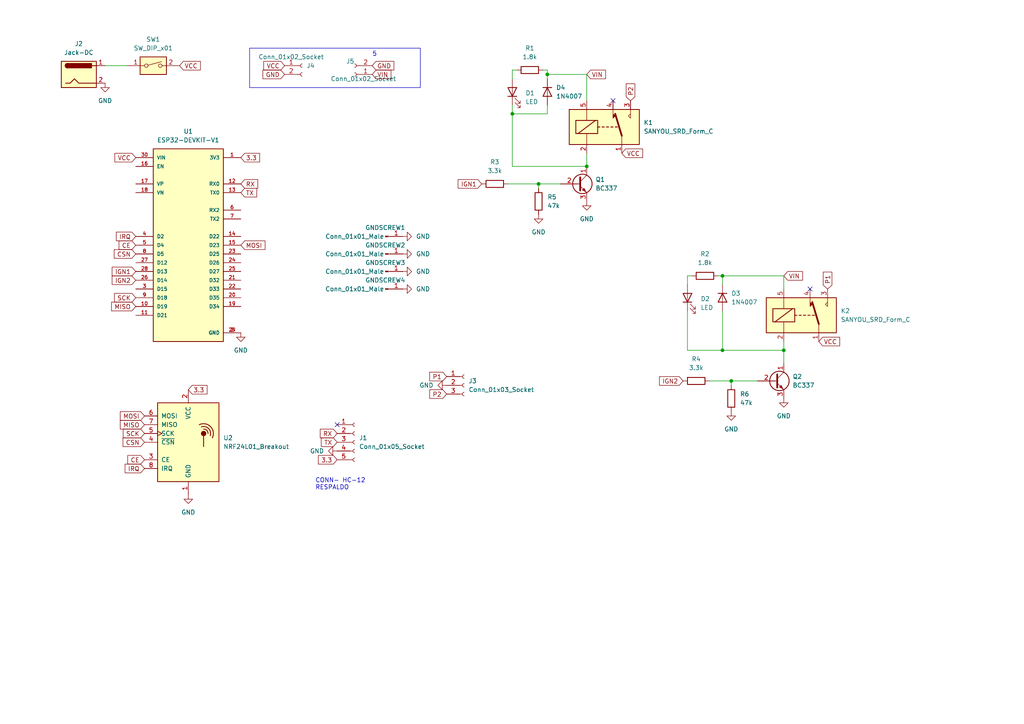
<source format=kicad_sch>
(kicad_sch (version 20230121) (generator eeschema)
  (paper "A4")
  (lib_symbols
    (symbol "Connector:Conn_01x01_Male" (pin_names (offset 1.016) hide)
      (property "Reference" "J" (at 0 2.54 0))
      (property "Value" "Conn_01x01_Male" (at 0 -2.54 0))
      (symbol "Conn_01x01_Male_1_1"
        (polyline (pts (xy 1.27 0) (xy 0.8636 0)) (stroke (width 0.1524)))
        (rectangle (start 0.8636 0.127) (end 0 -0.127) (stroke (width 0.1524)) (fill (type outline)))
        (pin passive line (at 5.08 0 180) (length 3.81) (name "Pin_1") (number "1"))
      )
    )
    (symbol "Connector:Conn_01x02_Socket" (pin_names (offset 1.016) hide)
      (property "Reference" "J" (at 0 2.54 0))
      (property "Value" "Conn_01x02_Socket" (at 0 -5.08 0))
      (symbol "Conn_01x02_Socket_1_1"
        (arc (start 0 -2.032) (mid -0.5058 -2.54) (end 0 -3.048) (stroke (width 0.1524)))
        (polyline (pts (xy -1.27 -2.54) (xy -0.508 -2.54)) (stroke (width 0.1524)))
        (polyline (pts (xy -1.27 0) (xy -0.508 0)) (stroke (width 0.1524)))
        (arc (start 0 0.508) (mid -0.5058 0) (end 0 -0.508) (stroke (width 0.1524)))
        (pin passive line (at -5.08 0 0) (length 3.81) (name "Pin_1") (number "1"))
        (pin passive line (at -5.08 -2.54 0) (length 3.81) (name "Pin_2") (number "2"))
      )
    )
    (symbol "Connector:Conn_01x03_Socket" (pin_names (offset 1.016) hide)
      (property "Reference" "J" (at 0 5.08 0))
      (property "Value" "Conn_01x03_Socket" (at 0 -5.08 0))
      (symbol "Conn_01x03_Socket_1_1"
        (arc (start 0 -2.032) (mid -0.5058 -2.54) (end 0 -3.048) (stroke (width 0.1524)))
        (polyline (pts (xy -1.27 -2.54) (xy -0.508 -2.54)) (stroke (width 0.1524)))
        (polyline (pts (xy -1.27 0) (xy -0.508 0)) (stroke (width 0.1524)))
        (polyline (pts (xy -1.27 2.54) (xy -0.508 2.54)) (stroke (width 0.1524)))
        (arc (start 0 0.508) (mid -0.5058 0) (end 0 -0.508) (stroke (width 0.1524)))
        (arc (start 0 3.048) (mid -0.5058 2.54) (end 0 2.032) (stroke (width 0.1524)))
        (pin passive line (at -5.08 2.54 0) (length 3.81) (name "Pin_1") (number "1"))
        (pin passive line (at -5.08 0 0) (length 3.81) (name "Pin_2") (number "2"))
        (pin passive line (at -5.08 -2.54 0) (length 3.81) (name "Pin_3") (number "3"))
      )
    )
    (symbol "Connector:Conn_01x05_Socket" (pin_names (offset 1.016) hide)
      (property "Reference" "J" (at 0 7.62 0))
      (property "Value" "Conn_01x05_Socket" (at 0 -7.62 0))
      (symbol "Conn_01x05_Socket_1_1"
        (arc (start 0 -4.572) (mid -0.5058 -5.08) (end 0 -5.588) (stroke (width 0.1524)))
        (arc (start 0 -2.032) (mid -0.5058 -2.54) (end 0 -3.048) (stroke (width 0.1524)))
        (polyline (pts (xy -1.27 -5.08) (xy -0.508 -5.08)) (stroke (width 0.1524)))
        (polyline (pts (xy -1.27 -2.54) (xy -0.508 -2.54)) (stroke (width 0.1524)))
        (polyline (pts (xy -1.27 0) (xy -0.508 0)) (stroke (width 0.1524)))
        (polyline (pts (xy -1.27 2.54) (xy -0.508 2.54)) (stroke (width 0.1524)))
        (polyline (pts (xy -1.27 5.08) (xy -0.508 5.08)) (stroke (width 0.1524)))
        (arc (start 0 0.508) (mid -0.5058 0) (end 0 -0.508) (stroke (width 0.1524)))
        (arc (start 0 3.048) (mid -0.5058 2.54) (end 0 2.032) (stroke (width 0.1524)))
        (arc (start 0 5.588) (mid -0.5058 5.08) (end 0 4.572) (stroke (width 0.1524)))
        (pin passive line (at -5.08 5.08 0) (length 3.81) (name "Pin_1") (number "1"))
        (pin passive line (at -5.08 2.54 0) (length 3.81) (name "Pin_2") (number "2"))
        (pin passive line (at -5.08 0 0) (length 3.81) (name "Pin_3") (number "3"))
        (pin passive line (at -5.08 -2.54 0) (length 3.81) (name "Pin_4") (number "4"))
        (pin passive line (at -5.08 -5.08 0) (length 3.81) (name "Pin_5") (number "5"))
      )
    )
    (symbol "Connector:Jack-DC" (pin_names (offset 1.016))
      (property "Reference" "J" (at 0 5.334 0))
      (property "Value" "Jack-DC" (at 0 -5.08 0))
      (symbol "Jack-DC_0_1"
        (rectangle (start -5.08 3.81) (end 5.08 -3.81) (stroke (width 0.254)) (fill (type background)))
        (arc (start -3.302 3.175) (mid -3.9343 2.54) (end -3.302 1.905) (stroke (width 0.254)))
        (arc (start -3.302 3.175) (mid -3.9343 2.54) (end -3.302 1.905) (stroke (width 0.254)) (fill (type outline)))
        (polyline (pts (xy 5.08 2.54) (xy 3.81 2.54)) (stroke (width 0.254)))
        (polyline (pts (xy -3.81 -2.54) (xy -2.54 -2.54) (xy -1.27 -1.27) (xy 0 -2.54) (xy 2.54 -2.54) (xy 5.08 -2.54)) (stroke (width 0.254)))
        (rectangle (start 3.683 3.175) (end -3.302 1.905) (stroke (width 0.254)) (fill (type outline)))
      )
      (symbol "Jack-DC_1_1"
        (pin passive line (at 7.62 2.54 180) (length 2.54) (name "~") (number "1"))
        (pin passive line (at 7.62 -2.54 180) (length 2.54) (name "~") (number "2"))
      )
    )
    (symbol "Device:LED" (pin_numbers hide) (pin_names (offset 1.016) hide)
      (property "Reference" "D" (at 0 2.54 0))
      (property "Value" "LED" (at 0 -2.54 0))
      (symbol "LED_0_1"
        (polyline (pts (xy -1.27 -1.27) (xy -1.27 1.27)) (stroke (width 0.254)))
        (polyline (pts (xy -1.27 0) (xy 1.27 0)))
        (polyline (pts (xy 1.27 -1.27) (xy 1.27 1.27) (xy -1.27 0) (xy 1.27 -1.27)) (stroke (width 0.254)))
        (polyline (pts (xy -3.048 -0.762) (xy -4.572 -2.286) (xy -3.81 -2.286) (xy -4.572 -2.286) (xy -4.572 -1.524)))
        (polyline (pts (xy -1.778 -0.762) (xy -3.302 -2.286) (xy -2.54 -2.286) (xy -3.302 -2.286) (xy -3.302 -1.524)))
      )
      (symbol "LED_1_1"
        (pin passive line (at -3.81 0 0) (length 2.54) (name "K") (number "1"))
        (pin passive line (at 3.81 0 180) (length 2.54) (name "A") (number "2"))
      )
    )
    (symbol "Device:R" (pin_numbers hide) (pin_names (offset 0))
      (property "Reference" "R" (at 2.032 0 90))
      (property "Value" "R" (at 0 0 90))
      (symbol "R_0_1"
        (rectangle (start -1.016 -2.54) (end 1.016 2.54) (stroke (width 0.254)))
      )
      (symbol "R_1_1"
        (pin passive line (at 0 3.81 270) (length 1.27) (name "~") (number "1"))
        (pin passive line (at 0 -3.81 90) (length 1.27) (name "~") (number "2"))
      )
    )
    (symbol "Diode:1N4007" (pin_numbers hide) (pin_names hide)
      (property "Reference" "D" (at 0 2.54 0))
      (property "Value" "1N4007" (at 0 -2.54 0))
      (symbol "1N4007_0_1"
        (polyline (pts (xy -1.27 1.27) (xy -1.27 -1.27)) (stroke (width 0.254)))
        (polyline (pts (xy 1.27 0) (xy -1.27 0)))
        (polyline (pts (xy 1.27 1.27) (xy 1.27 -1.27) (xy -1.27 0) (xy 1.27 1.27)) (stroke (width 0.254)))
      )
      (symbol "1N4007_1_1"
        (pin passive line (at -3.81 0 0) (length 2.54) (name "K") (number "1"))
        (pin passive line (at 3.81 0 180) (length 2.54) (name "A") (number "2"))
      )
    )
    (symbol "RF:NRF24L01_Breakout" (pin_names (offset 1.016))
      (property "Reference" "U" (at -8.89 12.7 0))
      (property "Value" "NRF24L01_Breakout" (at 3.81 12.7 0))
      (symbol "NRF24L01_Breakout_0_1"
        (rectangle (start -8.89 11.43) (end 8.89 -11.43) (stroke (width 0.254)) (fill (type background)))
        (polyline (pts (xy 4.445 1.905) (xy 4.445 -1.27)) (stroke (width 0.254)))
        (circle (center 4.445 2.54) (radius 0.635) (stroke (width 0.254)) (fill (type outline)))
        (arc (start 5.715 2.54) (mid 5.3521 3.4546) (end 4.445 3.81) (stroke (width 0.254)))
        (arc (start 6.35 1.905) (mid 5.8763 3.9854) (end 3.81 4.445) (stroke (width 0.254)))
        (arc (start 6.985 1.27) (mid 6.453 4.548) (end 3.175 5.08) (stroke (width 0.254)))
      )
      (symbol "NRF24L01_Breakout_1_1"
        (pin power_in line (at 0 -15.24 90) (length 3.81) (name "GND") (number "1"))
        (pin power_in line (at 0 15.24 270) (length 3.81) (name "VCC") (number "2"))
        (pin input line (at -12.7 -5.08 0) (length 3.81) (name "CE") (number "3"))
        (pin input line (at -12.7 0 0) (length 3.81) (name "~{CSN}") (number "4"))
        (pin input clock (at -12.7 2.54 0) (length 3.81) (name "SCK") (number "5"))
        (pin input line (at -12.7 7.62 0) (length 3.81) (name "MOSI") (number "6"))
        (pin output line (at -12.7 5.08 0) (length 3.81) (name "MISO") (number "7"))
        (pin output line (at -12.7 -7.62 0) (length 3.81) (name "IRQ") (number "8"))
      )
    )
    (symbol "Relay:SANYOU_SRD_Form_C"
      (property "Reference" "K" (at 11.43 3.81 0))
      (property "Value" "SANYOU_SRD_Form_C" (at 11.43 1.27 0))
      (symbol "SANYOU_SRD_Form_C_0_0"
        (polyline (pts (xy 7.62 5.08) (xy 7.62 2.54) (xy 6.985 3.175) (xy 7.62 3.81)))
      )
      (symbol "SANYOU_SRD_Form_C_0_1"
        (rectangle (start -10.16 5.08) (end 10.16 -5.08) (stroke (width 0.254)) (fill (type background)))
        (rectangle (start -8.255 1.905) (end -1.905 -1.905) (stroke (width 0.254)))
        (polyline (pts (xy -7.62 -1.905) (xy -2.54 1.905)) (stroke (width 0.254)))
        (polyline (pts (xy -5.08 -5.08) (xy -5.08 -1.905)))
        (polyline (pts (xy -5.08 5.08) (xy -5.08 1.905)))
        (polyline (pts (xy -1.905 0) (xy -1.27 0)) (stroke (width 0.254)))
        (polyline (pts (xy -0.635 0) (xy 0 0)) (stroke (width 0.254)))
        (polyline (pts (xy 0.635 0) (xy 1.27 0)) (stroke (width 0.254)))
        (polyline (pts (xy 1.905 0) (xy 2.54 0)) (stroke (width 0.254)))
        (polyline (pts (xy 3.175 0) (xy 3.81 0)) (stroke (width 0.254)))
        (polyline (pts (xy 5.08 -2.54) (xy 3.175 3.81)) (stroke (width 0.508)))
        (polyline (pts (xy 5.08 -2.54) (xy 5.08 -5.08)))
      )
      (symbol "SANYOU_SRD_Form_C_1_1"
        (polyline (pts (xy 2.54 3.81) (xy 3.175 3.175) (xy 2.54 2.54) (xy 2.54 5.08)) (fill (type outline)))
        (pin passive line (at 5.08 -7.62 90) (length 2.54) (name "~") (number "1"))
        (pin passive line (at -5.08 -7.62 90) (length 2.54) (name "~") (number "2"))
        (pin passive line (at 7.62 7.62 270) (length 2.54) (name "~") (number "3"))
        (pin passive line (at 2.54 7.62 270) (length 2.54) (name "~") (number "4"))
        (pin passive line (at -5.08 7.62 270) (length 2.54) (name "~") (number "5"))
      )
    )
    (symbol "Switch:SW_DIP_x01" (pin_names (offset 0) hide)
      (property "Reference" "SW" (at 0 3.81 0))
      (property "Value" "SW_DIP_x01" (at 0 -3.81 0))
      (symbol "SW_DIP_x01_0_0"
        (circle (center -2.032 0) (radius 0.508))
        (polyline (pts (xy -1.524 0.127) (xy 2.3622 1.1684)))
        (circle (center 2.032 0) (radius 0.508))
      )
      (symbol "SW_DIP_x01_0_1"
        (rectangle (start -3.81 2.54) (end 3.81 -2.54) (stroke (width 0.254)) (fill (type background)))
      )
      (symbol "SW_DIP_x01_1_1"
        (pin passive line (at -7.62 0 0) (length 5.08) (name "~") (number "1"))
        (pin passive line (at 7.62 0 180) (length 5.08) (name "~") (number "2"))
      )
    )
    (symbol "Transistor_BJT:BC337" (pin_names (offset 0) hide)
      (property "Reference" "Q" (at 5.08 1.905 0))
      (property "Value" "BC337" (at 5.08 0 0))
      (symbol "BC337_0_1"
        (polyline (pts (xy 0 0) (xy 0.635 0)))
        (polyline (pts (xy 0.635 0.635) (xy 2.54 2.54)))
        (polyline (pts (xy 0.635 -0.635) (xy 2.54 -2.54) (xy 2.54 -2.54)))
        (polyline (pts (xy 0.635 1.905) (xy 0.635 -1.905) (xy 0.635 -1.905)) (stroke (width 0.508)))
        (polyline (pts (xy 1.27 -1.778) (xy 1.778 -1.27) (xy 2.286 -2.286) (xy 1.27 -1.778) (xy 1.27 -1.778)) (fill (type outline)))
        (circle (center 1.27 0) (radius 2.8194) (stroke (width 0.254)))
      )
      (symbol "BC337_1_1"
        (pin passive line (at 2.54 5.08 270) (length 2.54) (name "C") (number "1"))
        (pin input line (at -5.08 0 0) (length 5.08) (name "B") (number "2"))
        (pin passive line (at 2.54 -5.08 90) (length 2.54) (name "E") (number "3"))
      )
    )
    (symbol "power:GND" (power) (pin_names (offset 0))
      (property "Value" "GND" (at 0 -3.81 0))
      (symbol "GND_0_1"
        (polyline (pts (xy 0 0) (xy 0 -1.27) (xy 1.27 -1.27) (xy 0 -2.54) (xy -1.27 -1.27) (xy 0 -1.27)))
      )
      (symbol "GND_1_1"
        (pin power_in line (at 0 0 270) (length 0) hide (name "GND") (number "1"))
      )
    )
    (symbol "space:ESP32-DEVKIT-V1" (pin_names (offset 1.016))
      (property "Reference" "U" (at -10.16 30.48 0))
      (property "Value" "ESP32-DEVKIT-V1" (at -10.16 -30.48 0))
      (symbol "ESP32-DEVKIT-V1_0_0"
        (rectangle (start -10.16 -27.94) (end 10.16 27.94) (stroke (width 0.254)) (fill (type background)))
        (pin output line (at 15.24 25.4 180) (length 5.08) (name "3V3") (number "1"))
        (pin bidirectional line (at -15.24 -17.78 0) (length 5.08) (name "D19") (number "10"))
        (pin bidirectional line (at -15.24 -20.32 0) (length 5.08) (name "D21") (number "11"))
        (pin input line (at 15.24 17.78 180) (length 5.08) (name "RX0") (number "12"))
        (pin output line (at 15.24 15.24 180) (length 5.08) (name "TX0") (number "13"))
        (pin bidirectional line (at 15.24 2.54 180) (length 5.08) (name "D22") (number "14"))
        (pin bidirectional line (at 15.24 0 180) (length 5.08) (name "D23") (number "15"))
        (pin input line (at -15.24 22.86 0) (length 5.08) (name "EN") (number "16"))
        (pin bidirectional line (at -15.24 17.78 0) (length 5.08) (name "VP") (number "17"))
        (pin bidirectional line (at -15.24 15.24 0) (length 5.08) (name "VN") (number "18"))
        (pin bidirectional line (at 15.24 -17.78 180) (length 5.08) (name "D34") (number "19"))
        (pin power_in line (at 15.24 -25.4 180) (length 5.08) (name "GND") (number "2"))
        (pin bidirectional line (at 15.24 -15.24 180) (length 5.08) (name "D35") (number "20"))
        (pin bidirectional line (at 15.24 -10.16 180) (length 5.08) (name "D32") (number "21"))
        (pin bidirectional line (at 15.24 -12.7 180) (length 5.08) (name "D33") (number "22"))
        (pin bidirectional line (at 15.24 -2.54 180) (length 5.08) (name "D25") (number "23"))
        (pin bidirectional line (at 15.24 -5.08 180) (length 5.08) (name "D26") (number "24"))
        (pin bidirectional line (at 15.24 -7.62 180) (length 5.08) (name "D27") (number "25"))
        (pin bidirectional line (at -15.24 -10.16 0) (length 5.08) (name "D14") (number "26"))
        (pin bidirectional line (at -15.24 -5.08 0) (length 5.08) (name "D12") (number "27"))
        (pin bidirectional line (at -15.24 -7.62 0) (length 5.08) (name "D13") (number "28"))
        (pin power_in line (at 15.24 -25.4 180) (length 5.08) (name "GND") (number "29"))
        (pin bidirectional line (at -15.24 -12.7 0) (length 5.08) (name "D15") (number "3"))
        (pin input line (at -15.24 25.4 0) (length 5.08) (name "VIN") (number "30"))
        (pin bidirectional line (at -15.24 2.54 0) (length 5.08) (name "D2") (number "4"))
        (pin bidirectional line (at -15.24 0 0) (length 5.08) (name "D4") (number "5"))
        (pin input line (at 15.24 10.16 180) (length 5.08) (name "RX2") (number "6"))
        (pin output line (at 15.24 7.62 180) (length 5.08) (name "TX2") (number "7"))
        (pin bidirectional line (at -15.24 -2.54 0) (length 5.08) (name "D5") (number "8"))
        (pin bidirectional line (at -15.24 -15.24 0) (length 5.08) (name "D18") (number "9"))
      )
    )
  )
  (junction (at 158.75 21.59))
  (junction (at 170.18 48.26))
  (junction (at 148.59 33.02))
  (junction (at 227.33 101.6))
  (junction (at 212.09 110.49))
  (junction (at 156.21 53.34))
  (junction (at 209.55 80.01))
  (junction (at 209.55 101.6))
  (no_connect (at 177.8 29.21))
  (no_connect (at 97.79 123.19))
  (no_connect (at 234.95 83.82))
  (wire (pts (xy 170.18 21.59) (xy 158.75 21.59)))
  (wire (pts (xy 157.48 20.32) (xy 158.75 20.32)))
  (wire (pts (xy 148.59 30.48) (xy 148.59 33.02)))
  (wire (pts (xy 149.86 20.32) (xy 148.59 20.32)))
  (wire (pts (xy 147.32 53.34) (xy 156.21 53.34)))
  (wire (pts (xy 30.48 19.05) (xy 36.83 19.05)))
  (wire (pts (xy 158.75 30.48) (xy 158.75 33.02)))
  (wire (pts (xy 199.39 80.01) (xy 199.39 82.55)))
  (wire (pts (xy 158.75 21.59) (xy 158.75 22.86)))
  (wire (pts (xy 209.55 80.01) (xy 208.28 80.01)))
  (wire (pts (xy 209.55 101.6) (xy 227.33 101.6)))
  (wire (pts (xy 162.56 53.34) (xy 156.21 53.34)))
  (wire (pts (xy 199.39 90.17) (xy 199.39 101.6)))
  (wire (pts (xy 170.18 29.21) (xy 170.18 21.59)))
  (wire (pts (xy 219.71 110.49) (xy 212.09 110.49)))
  (wire (pts (xy 148.59 48.26) (xy 170.18 48.26)))
  (wire (pts (xy 227.33 80.01) (xy 209.55 80.01)))
  (wire (pts (xy 156.21 53.34) (xy 156.21 54.61)))
  (wire (pts (xy 158.75 20.32) (xy 158.75 21.59)))
  (wire (pts (xy 200.66 80.01) (xy 199.39 80.01)))
  (wire (pts (xy 227.33 101.6) (xy 227.33 99.06)))
  (wire (pts (xy 227.33 83.82) (xy 227.33 80.01)))
  (wire (pts (xy 205.74 110.49) (xy 212.09 110.49)))
  (wire (pts (xy 148.59 33.02) (xy 158.75 33.02)))
  (wire (pts (xy 209.55 90.17) (xy 209.55 101.6)))
  (wire (pts (xy 148.59 33.02) (xy 148.59 48.26)))
  (wire (pts (xy 212.09 110.49) (xy 212.09 111.76)))
  (wire (pts (xy 148.59 20.32) (xy 148.59 22.86)))
  (wire (pts (xy 227.33 101.6) (xy 227.33 105.41)))
  (wire (pts (xy 170.18 48.26) (xy 170.18 44.45)))
  (wire (pts (xy 209.55 80.01) (xy 209.55 82.55)))
  (wire (pts (xy 199.39 101.6) (xy 209.55 101.6)))
  (rectangle (start 72.39 13.97) (end 121.92 25.4))
  (text "CONN- HC-12\nRESPALDO " (at 91.44 142.24 0) (effects (font (size 1.27 1.27)) (justify left bottom)))
  (text "5" (at 107.95 16.51 0) (effects (font (size 1.27 1.27)) (justify left bottom)))
  (global_label "P1" (shape input) (at 240.03 83.82 90) (property "Intersheetrefs" "${INTERSHEET_REFS}" (effects hide)))
  (global_label "GND" (shape input) (at 107.95 19.05 0) (property "Intersheetrefs" "${INTERSHEET_REFS}" (effects hide)))
  (global_label "MISO" (shape input) (at 39.37 88.9 180) (property "Intersheetrefs" "${INTERSHEET_REFS}" (effects hide)))
  (global_label "MOSI" (shape input) (at 41.91 120.65 180) (property "Intersheetrefs" "${INTERSHEET_REFS}" (effects hide)))
  (global_label "IGN1" (shape input) (at 139.7 53.34 180) (property "Intersheetrefs" "${INTERSHEET_REFS}" (effects hide)))
  (global_label "RX" (shape input) (at 97.79 125.73 180) (property "Intersheetrefs" "${INTERSHEET_REFS}" (effects hide)))
  (global_label "IGN1" (shape input) (at 39.37 78.74 180) (property "Intersheetrefs" "${INTERSHEET_REFS}" (effects hide)))
  (global_label "CE" (shape input) (at 39.37 71.12 180) (property "Intersheetrefs" "${INTERSHEET_REFS}" (effects hide)))
  (global_label "SCK" (shape input) (at 39.37 86.36 180) (property "Intersheetrefs" "${INTERSHEET_REFS}" (effects hide)))
  (global_label "P1" (shape input) (at 129.54 109.22 180) (property "Intersheetrefs" "${INTERSHEET_REFS}" (effects hide)))
  (global_label "VIN" (shape input) (at 107.95 21.59 0) (property "Intersheetrefs" "${INTERSHEET_REFS}" (effects hide)))
  (global_label "MOSI" (shape input) (at 69.85 71.12 0) (property "Intersheetrefs" "${INTERSHEET_REFS}" (effects hide)))
  (global_label "3.3" (shape input) (at 97.79 133.35 180) (property "Intersheetrefs" "${INTERSHEET_REFS}" (effects hide)))
  (global_label "VCC" (shape input) (at 39.37 45.72 180) (property "Intersheetrefs" "${INTERSHEET_REFS}" (effects hide)))
  (global_label "IRQ" (shape input) (at 41.91 135.89 180) (property "Intersheetrefs" "${INTERSHEET_REFS}" (effects hide)))
  (global_label "IGN2" (shape input) (at 39.37 81.28 180) (property "Intersheetrefs" "${INTERSHEET_REFS}" (effects hide)))
  (global_label "VIN" (shape input) (at 170.18 21.59 0) (property "Intersheetrefs" "${INTERSHEET_REFS}" (effects hide)))
  (global_label "IRQ" (shape input) (at 39.37 68.58 180) (property "Intersheetrefs" "${INTERSHEET_REFS}" (effects hide)))
  (global_label "3.3" (shape input) (at 69.85 45.72 0) (property "Intersheetrefs" "${INTERSHEET_REFS}" (effects hide)))
  (global_label "SCK" (shape input) (at 41.91 125.73 180) (property "Intersheetrefs" "${INTERSHEET_REFS}" (effects hide)))
  (global_label "TX" (shape input) (at 97.79 128.27 180) (property "Intersheetrefs" "${INTERSHEET_REFS}" (effects hide)))
  (global_label "VCC" (shape input) (at 52.07 19.05 0) (property "Intersheetrefs" "${INTERSHEET_REFS}" (effects hide)))
  (global_label "CE" (shape input) (at 41.91 133.35 180) (property "Intersheetrefs" "${INTERSHEET_REFS}" (effects hide)))
  (global_label "VCC" (shape input) (at 237.49 99.06 0) (property "Intersheetrefs" "${INTERSHEET_REFS}" (effects hide)))
  (global_label "RX" (shape input) (at 69.85 53.34 0) (property "Intersheetrefs" "${INTERSHEET_REFS}" (effects hide)))
  (global_label "3.3" (shape input) (at 54.61 113.03 0) (property "Intersheetrefs" "${INTERSHEET_REFS}" (effects hide)))
  (global_label "VCC" (shape input) (at 82.55 19.05 180) (property "Intersheetrefs" "${INTERSHEET_REFS}" (effects hide)))
  (global_label "CSN" (shape input) (at 39.37 73.66 180) (property "Intersheetrefs" "${INTERSHEET_REFS}" (effects hide)))
  (global_label "MISO" (shape input) (at 41.91 123.19 180) (property "Intersheetrefs" "${INTERSHEET_REFS}" (effects hide)))
  (global_label "TX" (shape input) (at 69.85 55.88 0) (property "Intersheetrefs" "${INTERSHEET_REFS}" (effects hide)))
  (global_label "GND" (shape input) (at 82.55 21.59 180) (property "Intersheetrefs" "${INTERSHEET_REFS}" (effects hide)))
  (global_label "VIN" (shape input) (at 227.33 80.01 0) (property "Intersheetrefs" "${INTERSHEET_REFS}" (effects hide)))
  (global_label "VCC" (shape input) (at 180.34 44.45 0) (property "Intersheetrefs" "${INTERSHEET_REFS}" (effects hide)))
  (global_label "CSN" (shape input) (at 41.91 128.27 180) (property "Intersheetrefs" "${INTERSHEET_REFS}" (effects hide)))
  (global_label "IGN2" (shape input) (at 198.12 110.49 180) (property "Intersheetrefs" "${INTERSHEET_REFS}" (effects hide)))
  (global_label "P2" (shape input) (at 129.54 114.3 180) (property "Intersheetrefs" "${INTERSHEET_REFS}" (effects hide)))
  (global_label "P2" (shape input) (at 182.88 29.21 90) (property "Intersheetrefs" "${INTERSHEET_REFS}" (effects hide)))
  (symbol (lib_id "Device:LED") (at 148.59 26.67 90) (unit 1)
    (property "Reference" "D1" (at 152.4 26.9875 90) (effects (justify right)))
    (property "Value" "LED" (at 152.4 29.5275 90) (effects (justify right)))
    (property "Footprint" "LED_THT:LED_D3.0mm" (effects hide))
  )
  (symbol (lib_id "RF:NRF24L01_Breakout") (at 54.61 128.27 0) (unit 1)
    (property "Reference" "U2" (at 64.77 127 0) (effects (justify left)))
    (property "Value" "NRF24L01_Breakout" (at 64.77 129.54 0) (effects (justify left)))
    (property "Footprint" "RF_Module:nRF24L01_Breakout" (effects hide))
    (property "Datasheet" "http://www.nordicsemi.com/eng/content/download/2730/34105/file/nRF24L01_Product_Specification_v2_0.pdf" (effects hide))
  )
  (symbol (lib_id "Connector:Conn_01x03_Socket") (at 134.62 111.76 0) (unit 1)
    (property "Reference" "J3" (at 135.89 110.49 0) (effects (justify left)))
    (property "Value" "Conn_01x03_Socket" (at 135.89 113.03 0) (effects (justify left)))
    (property "Footprint" "Connector_Phoenix_MC_HighVoltage:PhoenixContact_MCV_1,5_3-G-5.08_1x03_P5.08mm_Vertical" (effects hide))
  )
  (symbol (lib_id "Relay:SANYOU_SRD_Form_C") (at 232.41 91.44 0) (unit 1)
    (property "Reference" "K2" (at 243.84 90.17 0) (effects (justify left)))
    (property "Value" "SANYOU_SRD_Form_C" (at 243.84 92.71 0) (effects (justify left)))
    (property "Footprint" "Relay_THT:Relay_SPDT_SANYOU_SRD_Series_Form_C" (effects hide))
    (property "Datasheet" "http://www.sanyourelay.ca/public/products/pdf/SRD.pdf" (effects hide))
  )
  (symbol (lib_id "power:GND") (at 129.54 111.76 270) (unit 1)
    (property "Reference" "#PWR05" (effects hide))
    (property "Value" "GND" (at 125.73 111.76 90) (effects (justify right)))
  )
  (symbol (lib_id "Connector:Conn_01x01_Male") (at 111.76 83.82 0) (unit 1)
    (property "Reference" "GNDSCREW4" (at 111.76 81.28 0))
    (property "Value" "Conn_01x01_Male" (at 102.87 83.82 0))
    (property "Footprint" "MountingHole:MountingHole_2.2mm_M2_Pad_Via" (effects hide))
  )
  (symbol (lib_id "Connector:Conn_01x01_Male") (at 111.76 68.58 0) (unit 1)
    (property "Reference" "GNDSCREW1" (at 111.76 66.04 0))
    (property "Value" "Conn_01x01_Male" (at 102.87 68.58 0))
    (property "Footprint" "MountingHole:MountingHole_2.2mm_M2_Pad_Via" (effects hide))
  )
  (symbol (lib_id "Relay:SANYOU_SRD_Form_C") (at 175.26 36.83 0) (unit 1)
    (property "Reference" "K1" (at 186.69 35.56 0) (effects (justify left)))
    (property "Value" "SANYOU_SRD_Form_C" (at 186.69 38.1 0) (effects (justify left)))
    (property "Footprint" "Relay_THT:Relay_SPDT_SANYOU_SRD_Series_Form_C" (effects hide))
    (property "Datasheet" "http://www.sanyourelay.ca/public/products/pdf/SRD.pdf" (effects hide))
  )
  (symbol (lib_id "power:GND") (at 212.09 119.38 0) (unit 1)
    (property "Reference" "#PWR09" (effects hide))
    (property "Value" "GND" (at 212.09 124.46 0))
  )
  (symbol (lib_id "Device:R") (at 156.21 58.42 0) (unit 1)
    (property "Reference" "R5" (at 158.75 57.15 0) (effects (justify left)))
    (property "Value" "47k" (at 158.75 59.69 0) (effects (justify left)))
    (property "Footprint" "Resistor_THT:R_Axial_DIN0204_L3.6mm_D1.6mm_P7.62mm_Horizontal" (effects hide))
  )
  (symbol (lib_id "space:ESP32-DEVKIT-V1") (at 54.61 71.12 0) (unit 1)
    (property "Reference" "U1" (at 54.61 38.1 0))
    (property "Value" "ESP32-DEVKIT-V1" (at 54.61 40.64 0))
    (property "Footprint" "space:ESP32_DEVKIT_V1" (effects hide))
    (property "PARTREV" "N/A" (effects hide))
    (property "STANDARD" "Manufacturer Recommendations" (effects hide))
    (property "MAXIMUM_PACKAGE_HEIGHT" "6.8 mm" (effects hide))
    (property "MANUFACTURER" "DOIT" (effects hide))
  )
  (symbol (lib_id "Connector:Conn_01x01_Male") (at 111.76 78.74 0) (unit 1)
    (property "Reference" "GNDSCREW3" (at 111.76 76.2 0))
    (property "Value" "Conn_01x01_Male" (at 102.87 78.74 0))
    (property "Footprint" "MountingHole:MountingHole_2.2mm_M2_Pad_Via" (effects hide))
  )
  (symbol (lib_id "power:GND") (at 227.33 115.57 0) (unit 1)
    (property "Reference" "#PWR08" (effects hide))
    (property "Value" "GND" (at 227.33 120.65 0))
  )
  (symbol (lib_id "power:GND") (at 170.18 58.42 0) (unit 1)
    (property "Reference" "#PWR06" (effects hide))
    (property "Value" "GND" (at 170.18 63.5 0))
  )
  (symbol (lib_id "Connector:Conn_01x02_Socket") (at 102.87 21.59 180) (unit 1)
    (property "Reference" "J5" (at 101.6 17.78 0))
    (property "Value" "Conn_01x02_Socket" (at 105.41 22.86 0))
    (property "Footprint" "Connector_PinSocket_2.54mm:PinSocket_1x02_P2.54mm_Vertical" (effects hide))
  )
  (symbol (lib_id "power:GND") (at 116.84 73.66 90) (unit 1)
    (property "Reference" "#PWR011" (effects hide))
    (property "Value" "GND" (at 120.65 73.66 90) (effects (justify right)))
  )
  (symbol (lib_id "power:GND") (at 30.48 24.13 0) (unit 1)
    (property "Reference" "#PWR04" (effects hide))
    (property "Value" "GND" (at 30.48 29.21 0))
  )
  (symbol (lib_id "power:GND") (at 97.79 130.81 270) (unit 1)
    (property "Reference" "#PWR02" (effects hide))
    (property "Value" "GND" (at 93.98 130.81 90) (effects (justify right)))
  )
  (symbol (lib_id "power:GND") (at 54.61 143.51 0) (unit 1)
    (property "Reference" "#PWR01" (effects hide))
    (property "Value" "GND" (at 54.61 148.59 0))
  )
  (symbol (lib_id "Device:R") (at 204.47 80.01 90) (unit 1)
    (property "Reference" "R2" (at 204.47 73.66 90))
    (property "Value" "1.8k" (at 204.47 76.2 90))
    (property "Footprint" "Resistor_THT:R_Axial_DIN0204_L3.6mm_D1.6mm_P7.62mm_Horizontal" (effects hide))
  )
  (symbol (lib_id "Connector:Conn_01x02_Socket") (at 87.63 19.05 0) (unit 1)
    (property "Reference" "J4" (at 88.9 19.05 0) (effects (justify left)))
    (property "Value" "Conn_01x02_Socket" (at 74.93 16.51 0) (effects (justify left)))
    (property "Footprint" "Connector_PinSocket_2.54mm:PinSocket_1x02_P2.54mm_Vertical" (effects hide))
  )
  (symbol (lib_id "Switch:SW_DIP_x01") (at 44.45 19.05 0) (unit 1)
    (property "Reference" "SW1" (at 44.45 11.43 0))
    (property "Value" "SW_DIP_x01" (at 44.45 13.97 0))
    (property "Footprint" "Connector_PinHeader_2.54mm:PinHeader_1x02_P2.54mm_Vertical" (effects hide))
  )
  (symbol (lib_id "power:GND") (at 116.84 68.58 90) (unit 1)
    (property "Reference" "#PWR010" (effects hide))
    (property "Value" "GND" (at 120.65 68.58 90) (effects (justify right)))
  )
  (symbol (lib_id "Diode:1N4007") (at 158.75 26.67 270) (unit 1)
    (property "Reference" "D4" (at 161.29 25.4 90) (effects (justify left)))
    (property "Value" "1N4007" (at 161.29 27.94 90) (effects (justify left)))
    (property "Footprint" "Diode_THT:D_DO-41_SOD81_P10.16mm_Horizontal" (effects hide))
    (property "Datasheet" "http://www.vishay.com/docs/88503/1n4001.pdf" (effects hide))
    (property "Sim.Device" "D" (effects hide))
    (property "Sim.Pins" "1=K 2=A" (effects hide))
  )
  (symbol (lib_id "power:GND") (at 116.84 83.82 90) (unit 1)
    (property "Reference" "#PWR013" (effects hide))
    (property "Value" "GND" (at 120.65 83.82 90) (effects (justify right)))
  )
  (symbol (lib_id "Device:R") (at 143.51 53.34 90) (unit 1)
    (property "Reference" "R3" (at 143.51 46.99 90))
    (property "Value" "3.3k" (at 143.51 49.53 90))
    (property "Footprint" "Resistor_THT:R_Axial_DIN0204_L3.6mm_D1.6mm_P7.62mm_Horizontal" (effects hide))
  )
  (symbol (lib_id "Device:R") (at 201.93 110.49 90) (unit 1)
    (property "Reference" "R4" (at 201.93 104.14 90))
    (property "Value" "3.3k" (at 201.93 106.68 90))
    (property "Footprint" "Resistor_THT:R_Axial_DIN0204_L3.6mm_D1.6mm_P7.62mm_Horizontal" (effects hide))
  )
  (symbol (lib_id "Connector:Conn_01x01_Male") (at 111.76 73.66 0) (unit 1)
    (property "Reference" "GNDSCREW2" (at 111.76 71.12 0))
    (property "Value" "Conn_01x01_Male" (at 102.87 73.66 0))
    (property "Footprint" "MountingHole:MountingHole_2.2mm_M2_Pad_Via" (effects hide))
  )
  (symbol (lib_id "Connector:Jack-DC") (at 22.86 21.59 0) (unit 1)
    (property "Reference" "J2" (at 22.86 12.7 0))
    (property "Value" "Jack-DC" (at 22.86 15.24 0))
    (property "Footprint" "Connector_BarrelJack:BarrelJack_GCT_DCJ200-10-A_Horizontal" (effects hide))
  )
  (symbol (lib_id "Device:R") (at 153.67 20.32 90) (unit 1)
    (property "Reference" "R1" (at 153.67 13.97 90))
    (property "Value" "1.8k" (at 153.67 16.51 90))
    (property "Footprint" "Resistor_THT:R_Axial_DIN0204_L3.6mm_D1.6mm_P7.62mm_Horizontal" (effects hide))
  )
  (symbol (lib_id "Device:LED") (at 199.39 86.36 90) (unit 1)
    (property "Reference" "D2" (at 203.2 86.6775 90) (effects (justify right)))
    (property "Value" "LED" (at 203.2 89.2175 90) (effects (justify right)))
    (property "Footprint" "LED_THT:LED_D3.0mm" (effects hide))
  )
  (symbol (lib_id "Transistor_BJT:BC337") (at 224.79 110.49 0) (unit 1)
    (property "Reference" "Q2" (at 229.87 109.22 0) (effects (justify left)))
    (property "Value" "BC337" (at 229.87 111.76 0) (effects (justify left)))
    (property "Footprint" "Package_TO_SOT_THT:TO-92_Inline" (effects hide))
    (property "Datasheet" "https://diotec.com/tl_files/diotec/files/pdf/datasheets/bc337.pdf" (effects hide))
  )
  (symbol (lib_id "Device:R") (at 212.09 115.57 0) (unit 1)
    (property "Reference" "R6" (at 214.63 114.3 0) (effects (justify left)))
    (property "Value" "47k" (at 214.63 116.84 0) (effects (justify left)))
    (property "Footprint" "Resistor_THT:R_Axial_DIN0204_L3.6mm_D1.6mm_P7.62mm_Horizontal" (effects hide))
  )
  (symbol (lib_id "Connector:Conn_01x05_Socket") (at 102.87 128.27 0) (unit 1)
    (property "Reference" "J1" (at 104.14 127 0) (effects (justify left)))
    (property "Value" "Conn_01x05_Socket" (at 104.14 129.54 0) (effects (justify left)))
    (property "Footprint" "Connector_PinSocket_2.54mm:PinSocket_1x05_P2.54mm_Vertical" (effects hide))
  )
  (symbol (lib_id "power:GND") (at 69.85 96.52 0) (unit 1)
    (property "Reference" "#PWR03" (effects hide))
    (property "Value" "GND" (at 69.85 101.6 0))
  )
  (symbol (lib_id "Transistor_BJT:BC337") (at 167.64 53.34 0) (unit 1)
    (property "Reference" "Q1" (at 172.72 52.07 0) (effects (justify left)))
    (property "Value" "BC337" (at 172.72 54.61 0) (effects (justify left)))
    (property "Footprint" "Package_TO_SOT_THT:TO-92_Inline" (effects hide))
    (property "Datasheet" "https://diotec.com/tl_files/diotec/files/pdf/datasheets/bc337.pdf" (effects hide))
  )
  (symbol (lib_id "power:GND") (at 116.84 78.74 90) (unit 1)
    (property "Reference" "#PWR012" (effects hide))
    (property "Value" "GND" (at 120.65 78.74 90) (effects (justify right)))
  )
  (symbol (lib_id "Diode:1N4007") (at 209.55 86.36 270) (unit 1)
    (property "Reference" "D3" (at 212.09 85.09 90) (effects (justify left)))
    (property "Value" "1N4007" (at 212.09 87.63 90) (effects (justify left)))
    (property "Footprint" "Diode_THT:D_DO-41_SOD81_P10.16mm_Horizontal" (effects hide))
    (property "Datasheet" "http://www.vishay.com/docs/88503/1n4001.pdf" (effects hide))
    (property "Sim.Device" "D" (effects hide))
    (property "Sim.Pins" "1=K 2=A" (effects hide))
  )
  (symbol (lib_id "power:GND") (at 156.21 62.23 0) (unit 1)
    (property "Reference" "#PWR07" (effects hide))
    (property "Value" "GND" (at 156.21 67.31 0))
  )
)
</source>
